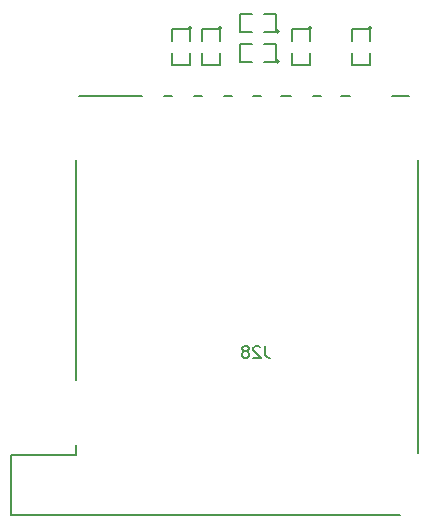
<source format=gbr>
%TF.GenerationSoftware,KiCad,Pcbnew,6.0.4-6f826c9f35~116~ubuntu20.04.1*%
%TF.CreationDate,2022-03-30T14:52:53+00:00*%
%TF.ProjectId,SPACEDOS02B_PCB02A,53504143-4544-44f5-9330-32425f504342,REV*%
%TF.SameCoordinates,Original*%
%TF.FileFunction,Legend,Bot*%
%TF.FilePolarity,Positive*%
%FSLAX46Y46*%
G04 Gerber Fmt 4.6, Leading zero omitted, Abs format (unit mm)*
G04 Created by KiCad (PCBNEW 6.0.4-6f826c9f35~116~ubuntu20.04.1) date 2022-03-30 14:52:53*
%MOMM*%
%LPD*%
G01*
G04 APERTURE LIST*
%ADD10C,0.150000*%
G04 APERTURE END LIST*
D10*
%TO.C,J28*%
X140683823Y-98556780D02*
X140683823Y-99271066D01*
X140731442Y-99413923D01*
X140826680Y-99509161D01*
X140969538Y-99556780D01*
X141064776Y-99556780D01*
X140255252Y-98652019D02*
X140207633Y-98604400D01*
X140112395Y-98556780D01*
X139874300Y-98556780D01*
X139779061Y-98604400D01*
X139731442Y-98652019D01*
X139683823Y-98747257D01*
X139683823Y-98842495D01*
X139731442Y-98985352D01*
X140302871Y-99556780D01*
X139683823Y-99556780D01*
X139112395Y-98985352D02*
X139207633Y-98937733D01*
X139255252Y-98890114D01*
X139302871Y-98794876D01*
X139302871Y-98747257D01*
X139255252Y-98652019D01*
X139207633Y-98604400D01*
X139112395Y-98556780D01*
X138921919Y-98556780D01*
X138826680Y-98604400D01*
X138779061Y-98652019D01*
X138731442Y-98747257D01*
X138731442Y-98794876D01*
X138779061Y-98890114D01*
X138826680Y-98937733D01*
X138921919Y-98985352D01*
X139112395Y-98985352D01*
X139207633Y-99032971D01*
X139255252Y-99080590D01*
X139302871Y-99175828D01*
X139302871Y-99366304D01*
X139255252Y-99461542D01*
X139207633Y-99509161D01*
X139112395Y-99556780D01*
X138921919Y-99556780D01*
X138826680Y-99509161D01*
X138779061Y-99461542D01*
X138731442Y-99366304D01*
X138731442Y-99175828D01*
X138779061Y-99080590D01*
X138826680Y-99032971D01*
X138921919Y-98985352D01*
%TO.C,C33*%
X139569500Y-70388000D02*
X138553500Y-70388000D01*
X138553500Y-70388000D02*
X138553500Y-71912000D01*
X141601500Y-71912000D02*
X141601500Y-70388000D01*
X140585500Y-71912000D02*
X141601500Y-71912000D01*
X141601500Y-70388000D02*
X140585500Y-70388000D01*
X138553500Y-71912000D02*
X139569500Y-71912000D01*
X141855500Y-71912000D02*
G75*
G03*
X141855500Y-71912000I-127000J0D01*
G01*
%TO.C,C37*%
X138553500Y-74452000D02*
X139569500Y-74452000D01*
X138553500Y-72928000D02*
X138553500Y-74452000D01*
X139569500Y-72928000D02*
X138553500Y-72928000D01*
X141601500Y-72928000D02*
X140585500Y-72928000D01*
X140585500Y-74452000D02*
X141601500Y-74452000D01*
X141601500Y-74452000D02*
X141601500Y-72928000D01*
X141855500Y-74452000D02*
G75*
G03*
X141855500Y-74452000I-127000J0D01*
G01*
%TO.C,R24*%
X134299000Y-72737500D02*
X134299000Y-71721500D01*
X134299000Y-74769500D02*
X134299000Y-73753500D01*
X132775000Y-74769500D02*
X134299000Y-74769500D01*
X132775000Y-73753500D02*
X132775000Y-74769500D01*
X134299000Y-71721500D02*
X132775000Y-71721500D01*
X132775000Y-71721500D02*
X132775000Y-72737500D01*
X134426000Y-71594500D02*
G75*
G03*
X134426000Y-71594500I-127000J0D01*
G01*
%TO.C,R25*%
X136839000Y-72737500D02*
X136839000Y-71721500D01*
X135315000Y-74769500D02*
X136839000Y-74769500D01*
X136839000Y-71721500D02*
X135315000Y-71721500D01*
X136839000Y-74769500D02*
X136839000Y-73753500D01*
X135315000Y-71721500D02*
X135315000Y-72737500D01*
X135315000Y-73753500D02*
X135315000Y-74769500D01*
X136966000Y-71594500D02*
G75*
G03*
X136966000Y-71594500I-127000J0D01*
G01*
%TO.C,R26*%
X144459000Y-71721500D02*
X142935000Y-71721500D01*
X142935000Y-74769500D02*
X144459000Y-74769500D01*
X142935000Y-73753500D02*
X142935000Y-74769500D01*
X144459000Y-72737500D02*
X144459000Y-71721500D01*
X144459000Y-74769500D02*
X144459000Y-73753500D01*
X142935000Y-71721500D02*
X142935000Y-72737500D01*
X144586000Y-71594500D02*
G75*
G03*
X144586000Y-71594500I-127000J0D01*
G01*
%TO.C,R27*%
X149539000Y-72737500D02*
X149539000Y-71721500D01*
X148015000Y-74769500D02*
X149539000Y-74769500D01*
X149539000Y-71721500D02*
X148015000Y-71721500D01*
X148015000Y-73753500D02*
X148015000Y-74769500D01*
X148015000Y-71721500D02*
X148015000Y-72737500D01*
X149539000Y-74769500D02*
X149539000Y-73753500D01*
X149666000Y-71594500D02*
G75*
G03*
X149666000Y-71594500I-127000J0D01*
G01*
%TO.C,J28*%
X124650000Y-106951300D02*
X124650000Y-107776800D01*
X124650000Y-107776800D02*
X119175000Y-107776800D01*
X151444000Y-77385700D02*
X152828300Y-77385700D01*
X137207300Y-77373000D02*
X137855000Y-77373000D01*
X119175000Y-112806000D02*
X152125000Y-112806000D01*
X139645700Y-77385700D02*
X140356900Y-77385700D01*
X134692700Y-77373000D02*
X135315000Y-77373000D01*
X142046000Y-77373000D02*
X142198400Y-77373000D01*
X124650000Y-82821300D02*
X124650000Y-101376000D01*
X144713000Y-77373000D02*
X145373400Y-77373000D01*
X147138700Y-77373000D02*
X147875300Y-77373000D01*
X130260400Y-77347600D02*
X124901000Y-77347600D01*
X119175000Y-107776800D02*
X119175000Y-112806000D01*
X142198400Y-77373000D02*
X142909600Y-77373000D01*
X132140000Y-77373000D02*
X132762300Y-77373000D01*
X153600000Y-82783200D02*
X153600000Y-107624400D01*
%TD*%
M02*

</source>
